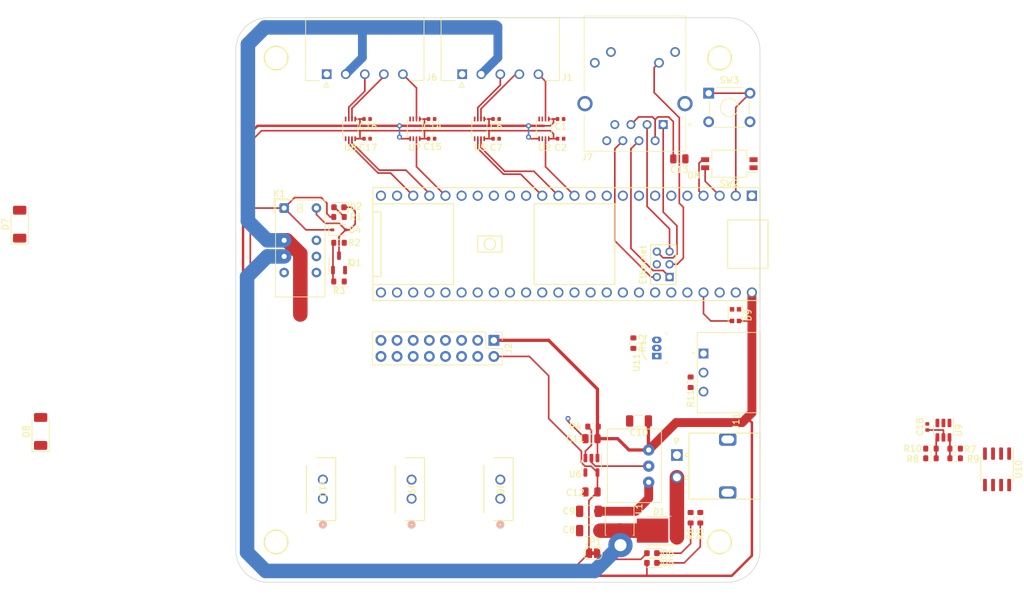
<source format=kicad_pcb>
(kicad_pcb (version 20221018) (generator pcbnew)
  (layers (0 "F.Cu" signal) (31 "B.Cu" signal) (34 "B.Paste" user) (35 "F.Paste" user) (36 "B.SilkS" user "B.Silkscreen") (37 "F.SilkS" user "F.Silkscreen") (38 "B.Mask" user) (39 "F.Mask" user) (44 "Edge.Cuts" user))
  (net 0 "")
  (net 1 "+12V")
  (net 2 "GND")
  (net 3 "+5V")
  (net 4 "+3.3V")
  (net 5 "Net-(D2-K)")
  (net 6 "Net-(D2-A)")
  (net 7 "Net-(D5-K)")
  (net 8 "STATUS_PIXEL")
  (net 9 "+12V_ISO")
  (net 14 "Net-(Q1-B)")
  (net 15 "TOUCH_RESET")
  (net 16 "BUTTON")
  (net 17 "FAN_PWR_0")
  (net 18 "FAN_PWR_1")
  (net 19 "FAN_CTRL_1")
  (net 20 "FAN_CTRL_0")
  (net 21 "SER_0")
  (net 22 "CLK_0")
  (net 23 "SER_1")
  (net 24 "CLK_1")
  (net 25 "TEMP_SENS_1")
  (net 26 "TEMP_SENS_0")
  (net 27 "DIP_1")
  (net 28 "DIP_0")
  (net 29 "Net-(R8-Pad2)")
  (net 30 "CLK_2_OUT")
  (net 31 "LD_2_OUT")
  (net 32 "SER_2_OUT")
  (net 33 "CLK_3_OUT")
  (net 34 "LD_3_OUT")
  (net 35 "SER_3_OUT")
  (net 36 "CLK_OUT_0")
  (net 37 "LD_OUT_0")
  (net 38 "SER_IN_0")
  (net 39 "CLK_OUT_1")
  (net 40 "LD_OUT_1")
  (net 41 "SER_IN_1")
  (net 42 "LD_0")
  (net 43 "LD_1")
  (net 44 "Net-(U4-IN)")
  (net 45 "Net-(C13-Pad2)")
  (net 46 "Net-(J3-Pin_2)")
  (net 47 "Net-(D6-K)")
  (net 48 "Net-(D6-A)")
  (net 55 "Net-(U3-LED)")
  (net 57 "Net-(U3-R-)")
  (net 58 "Net-(U3-R+)")
  (net 59 "Net-(U3-T-)")
  (net 60 "Net-(U3-T+)")
  (net 61 "Net-(U6-EN)")
  (net 62 "Net-(U9-1Y)")
  (net 63 "Net-(R7-Pad2)")
  (net 64 "Net-(U9-2Y)")
  (footprint "Resistor_SMD:R_0603_1608Metric" (layer "F.Cu") (at 92.454 92.3345 180)
    (fp_text reference "R3")
    (fp_text value "10k")
  )
  (footprint "Resistor_SMD:R_0603_1608Metric" (layer "F.Cu") (at 147.828 108.204 90)
    (fp_text reference "R11")
    (fp_text value "4.7k")
  )
  (footprint "MeowWolf_Hardware:STAND-OFF" (layer "F.Cu") (at 152.4 57.15)
    (fp_text reference "H3" hide)
    (fp_text value "STAND-OFF" hide)
  )
  (footprint "0_microcontroller:Teensy41_ethernet_only" (layer "F.Cu") (at 129.54 87.0834 180)
    (fp_text reference "U3" hide)
    (fp_text value "Teensy4.1" hide)
  )
  (footprint "Resistor_SMD:R_0603_1608Metric" (layer "F.Cu") (at 92.454 86.2385 180)
    (fp_text reference "R2")
    (fp_text value "1k")
  )
  (footprint "Capacitor_SMD:C_0402_1005Metric" (layer "F.Cu") (at 117.193 69.85 180)
    (fp_text reference "C7")
    (fp_text value "0.1uF")
  )
  (footprint "Diode_SMD:D_SOD-128" (layer "F.Cu") (at 42.164 83.312 90)
    (fp_text reference "D7")
    (fp_text value "PMEG10030")
  )
  (footprint "Package_SO:SOIC-8_3.9x4.9mm_P1.27mm" (layer "F.Cu") (at 196.088 121.92 -90)
    (fp_text reference "U10")
    (fp_text value "AO4882")
  )
  (footprint "MeowWolf_Devices:DC-DC_CONVERTER_R-78E5" (layer "F.Cu") (at 141.224 121.412 90)
    (fp_text reference "U4" hide)
    (fp_text value "R-78E5.0-1.0" hide)
  )
  (footprint "Jumper:SolderJumper-2_P1.3mm_Bridged_RoundedPad1.0x1.5mm" (layer "F.Cu") (at 132.461 135.128)
    (fp_text reference "JP1")
    (fp_text value "SolderJumper_2_Bridged")
  )
  (footprint "Package_SO:VSSOP-8_2.4x2.1mm_P0.5mm" (layer "F.Cu") (at 124.726 68.3 -90)
    (fp_text reference "U2")
    (fp_text value "SN74LVC2T45")
  )
  (footprint "Resistor_SMD:R_0603_1608Metric" (layer "F.Cu") (at 138.811 102.045 -90)
    (fp_text reference "R12")
    (fp_text value "4.7k")
  )
  (footprint "Resistor_SMD:R_0603_1608Metric" (layer "F.Cu") (at 149.352 129.54 90)
    (fp_text reference "R5")
    (fp_text value "1k")
  )
  (footprint "Capacitor_SMD:C_0402_1005Metric" (layer "F.Cu") (at 117.193 66.7512 180)
    (fp_text reference "C6")
    (fp_text value "0.1uF")
  )
  (footprint "Relay_THT:Relay_DPDT_Kemet_EC2" (layer "F.Cu") (at 83.818 80.772)
    (fp_text reference "K1")
    (fp_text value "Relay_DPDT")
  )
  (footprint "0_connector:MOLEX_MICROFIT-VERT-2POS_436500215" (layer "F.Cu") (at 103.6016 125.039999 -90)
    (fp_text reference "J9")
    (fp_text value "Molex Micro-Fit 2pos")
  )
  (footprint "Capacitor_SMD:C_0805_2012Metric" (layer "F.Cu") (at 132.207 117.094 180)
    (fp_text reference "C11")
    (fp_text value "10uF")
  )
  (footprint "Resistor_SMD:R_0603_1608Metric" (layer "F.Cu") (at 92.454 82.1745)
    (fp_text reference "R1")
    (fp_text value "1k")
  )
  (footprint "Resistor_SMD:R_0603_1608Metric" (layer "F.Cu") (at 185.677 120.181 180)
    (fp_text reference "R8")
    (fp_text value "100R")
  )
  (footprint "Capacitor_SMD:C_0805_2012Metric" (layer "F.Cu") (at 132.207 125.476 180)
    (fp_text reference "C12")
    (fp_text value "10uF")
  )
  (footprint "Resistor_SMD:R_0603_1608Metric" (layer "F.Cu") (at 147.828 129.54 90)
    (fp_text reference "R6")
    (fp_text value "1k")
  )
  (footprint "Capacitor_SMD:C_1206_3216Metric" (layer "F.Cu") (at 131.826 131.572 180)
    (fp_text reference "C8")
    (fp_text value "10uF")
  )
  (footprint "LED_SMD:LED_WS2812B-2020_PLCC4_2.0x2.0mm" (layer "F.Cu") (at 154.898 97.637 -90)
    (fp_text reference "D9")
    (fp_text value "WS2812B")
  )
  (footprint "Package_SO:VSSOP-8_2.4x2.1mm_P0.5mm" (layer "F.Cu") (at 114.566 68.3 -90)
    (fp_text reference "U5")
    (fp_text value "SN74LVC2T45DCUR")
  )
  (footprint "MeowWolf_Hardware:STAND-OFF" (layer "F.Cu") (at 82.55 133.35)
    (fp_text reference "H2" hide)
    (fp_text value "STAND-OFF" hide)
  )
  (footprint "0_connector:MOLEX_MICROFIT-VERT-2POS_436500215" (layer "F.Cu") (at 89.6316 125.039999 -90)
    (fp_text reference "J10")
    (fp_text value "Molex Micro-Fit 2pos")
  )
  (footprint "LED_SMD:LED_0603_1608Metric" (layer "F.Cu") (at 92.454 80.6505 180)
    (fp_text reference "D2")
    (fp_text value "RED LED")
  )
  (footprint "Resistor_SMD:R_0603_1608Metric" (layer "F.Cu") (at 189.487 120.181)
    (fp_text reference "R7")
    (fp_text value "100R")
  )
  (footprint "Package_TO_SOT_SMD:SOT-23-6" (layer "F.Cu") (at 187.643 115.7535 -90)
    (fp_text reference "U9")
    (fp_text value "SN74LVC2G17")
  )
  (footprint "Diode_SMD:D_SOD-323" (layer "F.Cu") (at 92.454 84.2065)
    (fp_text reference "D4")
    (fp_text value "1N4148")
  )
  (footprint "Package_SO:VSSOP-8_2.4x2.1mm_P0.5mm" (layer "F.Cu") (at 104.406 68.3 -90)
    (fp_text reference "U7")
    (fp_text value "SN74LVC2T45DCUR")
  )
  (footprint "0_connector:WIZnet_J1B1211CCD_RJ45" (layer "F.Cu") (at 139.066 61.177 180)
    (fp_text reference "J7")
    (fp_text value "WIZnet_J1B1211CCD_RJ45")
  )
  (footprint "Package_TO_SOT_SMD:Nexperia_CFP15_SOT-1289" (layer "F.Cu") (at 142.856 131.572)
    (fp_text reference "D1")
    (fp_text value "PMEG045V100EPD")
  )
  (footprint "Capacitor_SMD:C_0402_1005Metric" (layer "F.Cu") (at 107.033 69.85 180)
    (fp_text reference "C15")
    (fp_text value "0.1uF")
  )
  (footprint "Inductor_SMD:L_Changjiang_FNR4030S" (layer "F.Cu") (at 136.652 130.048 90)
    (fp_text reference "L1")
    (fp_text value "12uH")
  )
  (footprint "Diode_SMD:D_SOD-128" (layer "F.Cu") (at 45.466 115.951 90)
    (fp_text reference "D8")
    (fp_text value "PMEG10030")
  )
  (footprint "Resistor_SMD:R_0603_1608Metric" (layer "F.Cu") (at 185.677 118.657)
    (fp_text reference "R10")
    (fp_text value "10k")
  )
  (footprint "Capacitor_SMD:C_0402_1005Metric" (layer "F.Cu") (at 107.033 66.7512 180)
    (fp_text reference "C14")
    (fp_text value "0.1uF")
  )
  (footprint "Capacitor_SMD:C_0402_1005Metric" (layer "F.Cu") (at 96.873 66.7512 180)
    (fp_text reference "C16")
    (fp_text value "0.1uF")
  )
  (footprint "0_connector:MOLEX_ULTRAFIT-RA-2POS_1723104102" (layer "F.Cu") (at 141.020903 121.203 -90)
    (fp_text reference "J3" hide)
    (fp_text value "Molex Ultra-Fit")
  )
  (footprint "Capacitor_SMD:C_0805_2012Metric" (layer "F.Cu") (at 146.05 73.025 180)
    (fp_text reference "C13")
    (fp_text value "0.1uF")
  )
  (footprint "Capacitor_SMD:C_1206_3216Metric" (layer "F.Cu") (at 131.826 128.524 180)
    (fp_text reference "C9")
    (fp_text value "10uF")
  )
  (footprint "LED_SMD:LED_0603_1608Metric" (layer "F.Cu") (at 141.732 135.128 180)
    (fp_text reference "D6")
    (fp_text value "RED LED")
  )
  (footprint "Connector_PinHeader_2.54mm:PinHeader_2x08_P2.54mm_Vertical" (layer "F.Cu") (at 116.84 101.6 -90)
    (fp_text reference "J2")
    (fp_text value "Conn_02x08_Odd_Even")
  )
  (footprint "Capacitor_SMD:C_0402_1005Metric" (layer "F.Cu") (at 127.353 69.85 180)
    (fp_text reference "C2")
    (fp_text value "0.1uF")
  )
  (footprint "Capacitor_SMD:C_0402_1005Metric" (layer "F.Cu") (at 127.353 66.7512 180)
    (fp_text reference "C1")
    (fp_text value "0.1uF")
  )
  (footprint "LED_SMD:LED_0603_1608Metric" (layer "F.Cu") (at 141.732 136.652 180)
    (fp_text reference "D5")
    (fp_text value "GREEN LED")
  )
  (footprint "Package_SO:VSSOP-8_2.4x2.1mm_P0.5mm" (layer "F.Cu") (at 94.246 68.3 -90)
    (fp_text reference "U8")
    (fp_text value "SN74LVC2T45DCUR")
  )
  (footprint "Button_Switch_SMD:SW_DIP_SPSTx02_Slide_KingTek_DSHP02TS_W7.62mm_P1.27mm" (layer "F.Cu") (at 153.924 73.787 180)
    (fp_text reference "SW2")
    (fp_text value "SW_DIP_x02")
  )
  (footprint "MeowWolf_Hardware:STAND-OFF" (layer "F.Cu") (at 152.4 133.35)
    (fp_text reference "H4" hide)
    (fp_text value "STAND-OFF" hide)
  )
  (footprint "0_connector:MOLEX_MICROFIT-RA-3POS_436500300" (layer "F.Cu") (at 149.86 106.68 90)
    (fp_text reference "J11")
    (fp_text value "Molex Micro-Fit 3pos")
  )
  (footprint "Package_TO_SOT_SMD:SOT-23-3" (layer "F.Cu") (at 92.454 89.408 90)
    (fp_text reference "Q1")
    (fp_text value "MBT2222")
  )
  (footprint "0_connector:MOLEX_MICROFIT-RA-5POS_436500500" (layer "F.Cu") (at 90.52 59.692 180)
    (fp_text reference "J6")
    (fp_text value "Molex Micro-Fit 5pos")
  )
  (footprint "digikey-footprints:TO-92-3" (layer "F.Cu") (at 142.494 104.077 90)
    (fp_text reference "U11")
    (fp_text value "DS18B20_")
  )
  (footprint "0_connector:MOLEX_MICROFIT-RA-5POS_436500500" (layer "F.Cu") (at 111.856 59.692 180)
    (fp_text reference "J1")
    (fp_text value "Molex Micro-Fit 5pos")
  )
  (footprint "MeowWolf_Hardware:STAND-OFF" (layer "F.Cu") (at 82.55 57.15)
    (fp_text reference "H1" hide)
    (fp_text value "STAND-OFF" hide)
  )
  (footprint "Resistor_SMD:R_0603_1608Metric" (layer "F.Cu") (at 189.487 118.657 180)
    (fp_text reference "R9")
    (fp_text value "10k")
  )
  (footprint "Package_TO_SOT_SMD:SOT-23-5" (layer "F.Cu") (at 132.207 121.2795 -90)
    (fp_text reference "U6")
    (fp_text value "RT9080-3.3")
  )
  (footprint "Capacitor_SMD:C_0402_1005Metric" (layer "F.Cu") (at 96.873 69.85 180)
    (fp_text reference "C17")
    (fp_text value "0.1uF")
  )
  (footprint "Capacitor_SMD:C_0402_1005Metric" (layer "F.Cu") (at 185.103 115.2455 90)
    (fp_text reference "C18")
    (fp_text value "0.1uF")
  )
  (footprint "Button_Switch_THT:SW_TH_Tactile_Omron_B3F-10xx" (layer "F.Cu") (at 150.674 62.683)
    (fp_text reference "SW3")
    (fp_text value "SW_MEC_5G")
  )
  (footprint "0_connector:MOLEX_MICROFIT-VERT-2POS_436500215" (layer "F.Cu") (at 117.5716 125.039999 -90)
    (fp_text reference "J8")
    (fp_text value "Molex Micro-Fit 2pos")
  )
  (footprint "Resistor_SMD:R_0603_1608Metric" (layer "F.Cu") (at 132.461 115.189)
    (fp_text reference "R4")
    (fp_text value "10k")
  )
  (footprint "Capacitor_SMD:C_1206_3216Metric" (layer "F.Cu") (at 139.7 114.3 180)
    (fp_text reference "C10")
    (fp_text value "10uF")
  )
  (gr_arc (start 158.75 134.62) (mid 157.262102 138.212102) (end 153.67 139.7) (stroke (width 0.1)) (layer "Edge.Cuts"))
  (gr_line (start 81.28 50.8) (end 153.67 50.8) (stroke (width 0.1)) (layer "Edge.Cuts"))
  (gr_arc (start 81.28 139.7) (mid 77.687898 138.212102) (end 76.2 134.62) (stroke (width 0.1)) (layer "Edge.Cuts"))
  (gr_line (start 81.28 139.7) (end 153.67 139.7) (stroke (width 0.1)) (layer "Edge.Cuts"))
  (gr_line (start 76.2 134.62) (end 76.2 55.88) (stroke (width 0.1)) (layer "Edge.Cuts"))
  (gr_line (start 158.75 134.62) (end 158.75 55.88) (stroke (width 0.1)) (layer "Edge.Cuts"))
  (gr_arc (start 76.2 55.88) (mid 77.687898 52.287898) (end 81.28 50.8) (stroke (width 0.1)) (layer "Edge.Cuts"))
  (gr_arc (start 153.67 50.8) (mid 157.262102 52.287898) (end 158.75 55.88) (stroke (width 0.1)) (layer "Edge.Cuts"))
  (gr_text "ON" (at 147.193 76.2) (layer "F.SilkS") (effects (font (size 1 1)) (justify left bottom)))
  (segment (start 136.652 133.731) (end 136.779 133.858) (width 2.286) (layer "F.Cu") (net 1))
  (segment (start 133.6058 131.572) (end 141.836 131.572) (width 2.286) (layer "F.Cu") (net 1))
  (segment (start 136.652 131.548) (end 136.652 133.731) (width 2.286) (layer "F.Cu") (net 1))
  (via (at 136.779 133.858) (size 3.81) (drill 1.905) (layers "F.Cu" "B.Cu") (net 1))
  (segment (start 81.153 88.392) (end 83.818 88.392) (width 2.286) (layer "B.Cu") (net 1))
  (segment (start 136.779 133.858) (end 132.715 137.922) (width 2.286) (layer "B.Cu") (net 1))
  (segment (start 77.978 91.567) (end 81.153 88.392) (width 2.286) (layer "B.Cu") (net 1))
  (segment (start 80.899 137.922) (end 77.978 135.001) (width 2.286) (layer "B.Cu") (net 1))
  (segment (start 77.978 135.001) (end 77.978 91.567) (width 2.286) (layer "B.Cu") (net 1))
  (segment (start 132.715 137.922) (end 80.899 137.922) (width 2.286) (layer "B.Cu") (net 1))
  (segment (start 132.814501 121.412) (end 141.224 121.412) (width 0.254) (layer "F.Cu") (net 2))
  (segment (start 131.257 117.094) (end 128.524 114.361) (width 0.254) (layer "F.Cu") (net 2))
  (segment (start 132.207 120.804499) (end 132.814501 121.412) (width 0.254) (layer "F.Cu") (net 2))
  (segment (start 128.524 114.361) (end 128.524 113.919) (width 0.254) (layer "F.Cu") (net 2))
  (segment (start 132.207 120.142) (end 132.207 120.804499) (width 0.254) (layer "F.Cu") (net 2))
  (via (at 128.524 113.919) (size 0.8) (drill 0.4) (layers "F.Cu" "B.Cu") (net 2))
  (segment (start 138.1252 118.872) (end 136.3472 117.094) (width 0.508) (layer "F.Cu") (net 3))
  (segment (start 105.156 67.818) (end 105.918 67.818) (width 0.381) (layer "F.Cu") (net 3))
  (segment (start 140.9445 138.5825) (end 140.843 138.684) (width 0.254) (layer "F.Cu") (net 3))
  (segment (start 96.393 66.7512) (end 95.758 66.7512) (width 0.254) (layer "F.Cu") (net 3))
  (segment (start 77.343 70.104) (end 79.629 67.818) (width 0.381) (layer "F.Cu") (net 3))
  (segment (start 140.843 138.684) (end 81.407 138.684) (width 0.381) (layer "F.Cu") (net 3))
  (segment (start 105.918 66.7512) (end 105.918 67.818) (width 0.254) (layer "F.Cu") (net 3))
  (segment (start 102.235 69.85) (end 101.981 69.596) (width 0.254) (layer "F.Cu") (net 3))
  (segment (start 133.157 117.094) (end 133.157 109.281) (width 0.508) (layer "F.Cu") (net 3))
  (segment (start 157.48 113.0185) (end 157.48 98.552) (width 1.397) (layer "F.Cu") (net 3))
  (segment (start 157.48 114.5655) (end 157.48 135.509) (width 0.381) (layer "F.Cu") (net 3))
  (segment (start 136.3472 117.094) (end 133.157 117.094) (width 0.508) (layer "F.Cu") (net 3))
  (segment (start 186.868736 115.7255) (end 187.582 115.7255) (width 0.254) (layer "F.Cu") (net 3))
  (segment (start 95.758 67.818) (end 101.981 67.818) (width 0.381) (layer "F.Cu") (net 3))
  (segment (start 115.3172 66.7512) (end 115.316 66.75) (width 0.254) (layer "F.Cu") (net 3))
  (segment (start 133.157 109.281) (end 125.476 101.6) (width 0.508) (layer "F.Cu") (net 3))
  (segment (start 141.175 114.3) (end 141.175 118.823) (width 0.508) (layer "F.Cu") (net 3))
  (segment (start 125.73 67.818) (end 124.714 67.818) (width 0.254) (layer "F.Cu") (net 3))
  (segment (start 105.918 67.818) (end 116.078 67.818) (width 0.381) (layer "F.Cu") (net 3))
  (segment (start 141.175 118.823) (end 141.224 118.872) (width 0.508) (layer "F.Cu") (net 3))
  (segment (start 186.868736 115.7255) (end 185.103 115.7255) (width 0.254) (layer "F.Cu") (net 3))
  (segment (start 187.643 116.891) (end 187.643 115.7865) (width 0.254) (layer "F.Cu") (net 3))
  (segment (start 101.981 67.818) (end 103.632 67.818) (width 0.381) (layer "F.Cu") (net 3))
  (segment (start 156.7065 113.792) (end 157.48 114.5655) (width 0.381) (layer "F.Cu") (net 3))
  (segment (start 156.7065 113.792) (end 157.48 113.0185) (width 1.397) (layer "F.Cu") (net 3))
  (segment (start 156.7065 113.792) (end 155.9445 114.554) (width 1.397) (layer "F.Cu") (net 3))
  (segment (start 122.555 69.85) (end 122.301 69.596) (width 0.254) (layer "F.Cu") (net 3))
  (segment (start 116.713 66.7512) (end 116.078 66.7512) (width 0.254) (layer "F.Cu") (net 3))
  (segment (start 125.476 101.6) (end 116.84 101.6) (width 0.508) (layer "F.Cu") (net 3))
  (segment (start 105.918 66.7512) (end 105.1572 66.7512) (width 0.254) (layer "F.Cu") (net 3))
  (segment (start 94.9972 66.7512) (end 94.996 66.75) (width 0.254) (layer "F.Cu") (net 3))
  (segment (start 154.305 138.684) (end 140.843 138.684) (width 0.381) (layer "F.Cu") (net 3))
  (segment (start 126.8718 66.75) (end 126.873 66.7512) (width 0.254) (layer "F.Cu") (net 3))
  (segment (start 187.643 115.7865) (end 187.582 115.7255) (width 0.254) (layer "F.Cu") (net 3))
  (segment (start 81.407 138.684) (end 77.343 134.62) (width 0.381) (layer "F.Cu") (net 3))
  (segment (start 95.758 66.7512) (end 95.758 67.818) (width 0.254) (layer "F.Cu") (net 3))
  (segment (start 155.9445 114.554) (end 145.542 114.554) (width 1.397) (layer "F.Cu") (net 3))
  (segment (start 157.48 98.552) (end 157.48 94.0684) (width 1.397) (layer "F.Cu") (net 3))
  (segment (start 141.224 118.872) (end 138.1252 118.872) (width 0.508) (layer "F.Cu") (net 3))
  (segment (start 123.976 69.85) (end 122.555 69.85) (width 0.254) (layer "F.Cu") (net 3))
  (segment (start 79.629 67.818) (end 95.758 67.818) (width 0.381) (layer "F.Cu") (net 3))
  (segment (start 103.656 69.85) (end 102.235 69.85) (width 0.254) (layer "F.Cu") (net 3))
  (segment (start 157.48 135.509) (end 154.305 138.684) (width 0.381) (layer "F.Cu") (net 3))
  (segment (start 133.157 120.142) (end 133.157 117.094) (width 0.254) (layer "F.Cu") (net 3))
  (segment (start 77.343 134.62) (end 77.343 70.104) (width 0.381) (layer "F.Cu") (net 3))
  (segment (start 116.078 66.7512) (end 115.3172 66.7512) (width 0.254) (layer "F.Cu") (net 3))
  (segment (start 155.448 98.552) (end 157.48 98.552) (width 0.254) (layer "F.Cu") (net 3))
  (segment (start 106.553 66.7512) (end 105.918 66.7512) (width 0.254) (layer "F.Cu") (net 3))
  (segment (start 133.286 116.965) (end 133.157 117.094) (width 0.254) (layer "F.Cu") (net 3))
  (segment (start 105.1572 66.7512) (end 105.156 66.75) (width 0.254) (layer "F.Cu") (net 3))
  (segment (start 116.078 66.7512) (end 116.078 67.818) (width 0.254) (layer "F.Cu") (net 3))
  (segment (start 145.542 114.554) (end 141.224 118.872) (width 1.397) (layer "F.Cu") (net 3))
  (segment (start 140.9445 136.652) (end 140.9445 138.5825) (width 0.254) (layer "F.Cu") (net 3))
  (segment (start 103.632 67.818) (end 105.156 67.818) (width 0.381) (layer "F.Cu") (net 3))
  (segment (start 95.758 66.7512) (end 94.9972 66.7512) (width 0.254) (layer "F.Cu") (net 3))
  (segment (start 125.476 66.75) (end 126.8718 66.75) (width 0.254) (layer "F.Cu") (net 3))
  (segment (start 126.238 66.7512) (end 126.238 67.31) (width 0.254) (layer "F.Cu") (net 3))
  (segment (start 116.078 67.818) (end 122.301 67.818) (width 0.381) (layer "F.Cu") (net 3))
  (segment (start 126.238 67.31) (end 125.73 67.818) (width 0.254) (layer "F.Cu") (net 3))
  (segment (start 122.301 67.818) (end 124.714 67.818) (width 0.381) (layer "F.Cu") (net 3))
  (segment (start 125.4772 66.7512) (end 125.476 66.75) (width 0.254) (layer "F.Cu") (net 3))
  (via (at 122.301 67.818) (size 0.8) (drill 0.4) (layers "F.Cu" "B.Cu") (net 3))
  (via (at 122.301 69.596) (size 0.8) (drill 0.4) (layers "F.Cu" "B.Cu") (net 3))
  (via (at 101.981 67.818) (size 0.8) (drill 0.4) (layers "F.Cu" "B.Cu") (net 3))
  (via (at 101.981 69.596) (size 0.8) (drill 0.4) (layers "F.Cu" "B.Cu") (net 3))
  (segment (start 122.301 69.596) (end 122.301 67.818) (width 0.254) (layer "B.Cu") (net 3))
  (segment (start 101.981 69.596) (end 101.981 67.818) (width 0.254) (layer "B.Cu") (net 3))
  (segment (start 95.758 68.5895) (end 95.758 69.85) (width 0.254) (layer "F.Cu") (net 4))
  (segment (start 126.238 69.85) (end 125.476 69.85) (width 0.254) (layer "F.Cu") (net 4))
  (segment (start 105.918 69.85) (end 105.156 69.85) (width 0.254) (layer "F.Cu") (net 4))
  (segment (start 95.758 68.5895) (end 105.918 68.5895) (width 0.254) (layer "F.Cu") (net 4))
  (segment (start 78.486 134.493) (end 78.486 80.899) (width 0.254) (layer "F.Cu") (net 4))
  (segment (start 91.629 82.1745) (end 91.0645 82.1745) (width 0.254) (layer "F.Cu") (net 4))
  (segment (start 106.553 69.85) (end 105.918 69.85) (width 0.254) (layer "F.Cu") (net 4))
  (segment (start 78.486 80.899) (end 78.486 70.358) (width 0.254) (layer "F.Cu") (net 4))
  (segment (start 87.2525 84.2065) (end 83.818 80.772) (width 0.254) (layer "F.Cu") (net 4))
  (segment (start 116.078 69.85) (end 115.316 69.85) (width 0.254) (layer "F.Cu") (net 4))
  (segment (start 122.428 104.14) (end 125.476 107.188) (width 0.254) (layer "F.Cu") (net 4))
  (segment (start 131.201264 121.4275) (end 130.63 120.856236) (width 0.254) (layer "F.Cu") (net 4))
  (segment (start 105.918 68.5895) (end 116.078 68.5895) (width 0.254) (layer "F.Cu") (net 4))
  (segment (start 91.404 84.2065) (end 87.2525 84.2065) (width 0.254) (layer "F.Cu") (net 4))
  (segment (start 125.476 113.919) (end 125.6665 114.1095) (width 0.254) (layer "F.Cu") (net 4))
  (segment (start 81.661 137.668) (end 80.772 136.779) (width 0.254) (layer "F.Cu") (net 4))
  (segment (start 116.713 69.85) (end 116.078 69.85) (width 0.254) (layer "F.Cu") (net 4))
  (segment (start 83.818 80.772) (end 78.613 80.772) (width 0.254) (layer "F.Cu") (net 4))
  (segment (start 80.2545 68.5895) (end 95.758 68.5895) (width 0.254) (layer "F.Cu") (net 4))
  (segment (start 85.469 79.121) (end 83.818 80.772) (width 0.254) (layer "F.Cu") (net 4))
  (segment (start 132.1675 121.4275) (end 131.201264 121.4275) (width 0.254) (layer "F.Cu") (net 4))
  (segment (start 83.693 137.668) (end 81.661 137.668) (width 0.254) (layer "F.Cu") (net 4))
  (segment (start 133.157 125.476) (end 131.811 126.822) (width 0.254) (layer "F.Cu") (net 4))
  (segment (start 89.662 79.121) (end 85.469 79.121) (width 0.254) (layer "F.Cu") (net 4))
  (segment (start 116.078 68.5895) (end 125.7395 68.5895) (width 0.254) (layer "F.Cu") (net 4))
  (segment (start 131.811 126.822) (end 131.811 135.128) (width 0.254) (layer "F.Cu") (net 4))
  (segment (start 105.918 68.5895) (end 105.918 69.85) (width 0.254) (layer "F.Cu") (net 4))
  (segment (start 116.84 104.14) (end 122.428 104.14) (width 0.254) (layer "F.Cu") (net 4))
  (segment (start 133.157 122.417) (end 132.1675 121.4275) (width 0.254) (layer "F.Cu") (net 4))
  (segment (start 90.551 80.01) (end 89.662 79.121) (width 0.254) (layer "F.Cu") (net 4))
  (segment (start 131.811 135.128) (end 129.271 137.668) (width 0.254) (layer "F.Cu") (net 4))
  (segment (start 91.0645 82.1745) (end 90.551 81.661) (width 0.254) (layer "F.Cu") (net 4))
  (segment (start 130.63 119.073) (end 125.6665 114.1095) (width 0.254) (layer "F.Cu") (net 4))
  (segment (start 95.758 69.85) (end 94.996 69.85) (width 0.254) (layer "F.Cu") (net 4))
  (segment (start 96.393 69.85) (end 95.758 69.85) (width 0.254) (layer "F.Cu") (net 4))
  (segment (start 78.486 70.358) (end 80.2545 68.5895) (width 0.254) (layer "F.Cu") (net 4))
  (segment (start 125.7395 68.5895) (end 126.238 69.088) (width 0.254) (layer "F.Cu") (net 4))
  (segment (start 126.873 69.85) (end 126.238 69.85) (width 0.254) (layer "F.Cu") (net 4))
  (segment (start 133.157 125.476) (end 133.157 122.417) (width 0.254) (layer "F.Cu") (net 4))
  (segment (start 126.238 69.088) (end 126.238 69.85) (width 0.254) (layer "F.Cu") (net 4))
  (segment (start 125.476 107.188) (end 125.476 113.919) (width 0.254) (layer "F.Cu") (net 4))
  (segment (start 80.772 136.779) (end 78.486 134.493) (width 0.254) (layer "F.Cu") (net 4))
  (segment (start 130.63 120.856236) (end 130.63 119.073) (width 0.254) (layer "F.Cu") (net 4))
  (segment (start 90.551 81.661) (end 90.551 80.01) (width 0.254) (layer "F.Cu") (net 4))
  (segment (start 129.271 137.668) (end 83.693 137.668) (width 0.254) (layer "F.Cu") (net 4))
  (segment (start 78.613 80.772) (end 78.486 80.899) (width 0.254) (layer "F.Cu") (net 4))
  (segment (start 116.078 68.5895) (end 116.078 69.85) (width 0.254) (layer "F.Cu") (net 4))
  (segment (start 94.1015 84.2065) (end 93.504 84.2065) (width 0.254) (layer "F.Cu") (net 5))
  (segment (start 93.2415 80.6505) (end 94.3665 80.6505) (width 0.254) (layer "F.Cu") (net 5))
  (segment (start 90.295 83.185) (end 88.898 81.788) (width 0.254) (layer "F.Cu") (net 5))
  (segment (start 94.3665 80.6505) (end 94.996 81.28) (width 0.254) (layer "F.Cu") (net 5))
  (segment (start 93.504 84.2065) (end 92.454 85.2565) (width 0.254) (layer "F.Cu") (net 5))
  (segment (start 88.898 81.788) (end 88.898 80.772) (width 0.254) (layer "F.Cu") (net 5))
  (segment (start 94.996 83.312) (end 94.1015 84.2065) (width 0.254) (layer "F.Cu") (net 5))
  (segment (start 93.504 84.2065) (end 92.4825 83.185) (width 0.254) (layer "F.Cu") (net 5))
  (segment (start 94.996 81.28) (end 94.996 83.312) (width 0.254) (layer "F.Cu") (net 5))
  (segment (start 92.4825 83.185) (end 90.295 83.185) (width 0.254) (layer "F.Cu") (net 5))
  (segment (start 92.454 85.2565) (end 92.454 88.2705) (width 0.254) (layer "F.Cu") (net 5))
  (segment (start 91.6665 80.6505) (end 91.755 80.6505) (width 0.254) (layer "F.Cu") (net 6))
  (segment (start 91.755 80.6505) (end 93.279 82.1745) (width 0.254) (layer "F.Cu") (net 6))
  (segment (start 146.812 136.652) (end 149.352 134.112) (width 0.254) (layer "F.Cu") (net 7))
  (segment (start 142.5195 136.652) (end 146.812 136.652) (width 0.254) (layer "F.Cu") (net 7))
  (segment (start 149.352 134.112) (end 149.352 130.365) (width 0.254) (layer "F.Cu") (net 7))
  (segment (start 151.003 98.552) (end 154.348 98.552) (width 0.254) (layer "F.Cu") (net 8))
  (segment (start 149.86 97.409) (end 151.003 98.552) (width 0.254) (layer "F.Cu") (net 8))
  (segment (start 149.86 94.0684) (end 149.86 97.409) (width 0.254) (layer "F.Cu") (net 8))
  (segment (start 86.36 87.974051) (end 86.36 97.536) (width 2.286) (layer "F.Cu") (net 9))
  (segment (start 83.818 85.852) (end 84.237949 85.852) (width 2.286) (layer "F.Cu") (net 9))
  (segment (start 84.237949 85.852) (end 86.36 87.974051) (width 2.286) (layer "F.Cu") (net 9))
  (segment (start 78.105 54.991) (end 78.105 82.804) (width 2.286) (layer "B.Cu") (net 9))
  (segment (start 81.153 85.852) (end 83.818 85.852) (width 2.286) (layer "B.Cu") (net 9))
  (segment (start 117.475 52.143) (end 117.475 57.073) (width 1.397) (layer "B.Cu") (net 9))
  (segment (start 93.52 59.692) (end 96.139 57.073) (width 1.397) (layer "B.Cu") (net 9))
  (segment (start 78.105 82.804) (end 81.153 85.852) (width 2.286) (layer "B.Cu") (net 9))
  (segment (start 80.772 52.324) (end 78.105 54.991) (width 2.286) (layer "B.Cu") (net 9))
  (segment (start 117.475 57.073) (end 114.856 59.692) (width 1.397) (layer "B.Cu") (net 9))
  (segment (start 96.139 57.073) (end 96.139 52.143) (width 1.397) (layer "B.Cu") (net 9))
  (segment (start 117.021 52.324) (end 80.772 52.324) (width 2.286) (layer "B.Cu") (net 9))
  (segment (start 91.504 90.5455) (end 91.504 92.2095) (width 0.254) (layer "F.Cu") (net 14))
  (segment (start 91.504 86.3635) (end 91.629 86.2385) (width 0.254) (layer "F.Cu") (net 14))
  (segment (start 91.504 92.2095) (end 91.629 92.3345) (width 0.254) (layer "F.Cu") (net 14))
  (segment (start 91.504 90.5455) (end 91.504 86.3635) (width 0.254) (layer "F.Cu") (net 14))
  (segment (start 157.174 62.683) (end 154.94 64.917) (width 0.254) (layer "F.Cu") (net 16))
  (segment (start 150.674 62.683) (end 157.174 62.683) (width 0.254) (layer "F.Cu") (net 16))
  (segment (start 154.94 64.917) (end 154.94 78.8284) (width 0.254) (layer "F.Cu") (net 16))
  (segment (start 124.976 74.2644) (end 129.54 78.8284) (width 0.254) (layer "F.Cu") (net 21))
  (segment (start 124.976 69.85) (end 124.976 74.2644) (width 0.254) (layer "F.Cu") (net 21))
  (segment (start 118.364 75.438) (end 121.0696 75.438) (width 0.254) (layer "F.Cu") (net 22))
  (segment (start 114.316 71.39) (end 118.364 75.438) (width 0.254) (layer "F.Cu") (net 22))
  (segment (start 114.316 69.85) (end 114.316 71.39) (width 0.254) (layer "F.Cu") (net 22))
  (segment (start 121.0696 75.438) (end 124.46 78.8284) (width 0.254) (layer "F.Cu") (net 22))
  (segment (start 104.656 69.85) (end 104.656 74.2644) (width 0.254) (layer "F.Cu") (net 23))
  (segment (start 104.656 74.2644) (end 109.22 78.8284) (width 0.254) (layer "F.Cu") (net 23))
  (segment (start 98.606947 75.257) (end 93.996 70.646052) (width 0.254) (layer "F.Cu") (net 24))
  (segment (start 104.14 78.8284) (end 100.5686 75.257) (width 0.254) (layer "F.Cu") (net 24))
  (segment (start 100.5686 75.257) (end 98.606947 75.257) (width 0.254) (layer "F.Cu") (net 24))
  (segment (start 93.996 70.646052) (end 93.996 69.85) (width 0.254) (layer "F.Cu") (net 24))
  (segment (start 149.715 73.152) (end 149.152 73.715) (width 0.254) (layer "F.Cu") (net 27))
  (segment (start 149.152 78.1204) (end 149.86 78.8284) (width 0.254) (layer "F.Cu") (net 27))
  (segment (start 149.152 73.715) (end 149.152 78.1204) (width 0.254) (layer "F.Cu") (net 27))
  (segment (start 150.114 73.152) (end 149.715 73.152) (width 0.254) (layer "F.Cu") (net 27))
  (segment (start 150.114 74.422) (end 150.114 76.5424) (width 0.254) (layer "F.Cu") (net 28))
  (segment (start 150.114 76.5424) (end 152.4 78.8284) (width 0.254) (layer "F.Cu") (net 28))
  (segment (start 114.316 66.75) (end 114.316 64.9445) (width 0.254) (layer "F.Cu") (net 36))
  (segment (start 114.316 64.9445) (end 117.856 61.4045) (width 0.254) (layer "F.Cu") (net 36))
  (segment (start 117.856 61.4045) (end 117.856 59.692) (width 0.254) (layer "F.Cu") (net 36))
  (segment (start 120.267 59.692) (end 120.856 59.692) (width 0.254) (layer "F.Cu") (net 37))
  (segment (start 114.816 66.75) (end 114.816 65.143) (width 0.254) (layer "F.Cu") (net 37))
  (segment (start 114.816 65.143) (end 120.267 59.692) (width 0.254) (layer "F.Cu") (net 37))
  (segment (start 123.856 59.692) (end 124.976 60.812) (width 0.254) (layer "F.Cu") (net 38))
  (segment (start 124.976 60.812) (end 124.976 66.75) (width 0.254) (layer "F.Cu") (net 38))
  (segment (start 93.996 66.75) (end 93.996 64.881) (width 0.254) (layer "F.Cu") (net 39))
  (segment (start 96.52 62.357) (end 96.52 59.692) (width 0.254) (layer "F.Cu") (net 39))
  (segment (start 93.996 64.881) (end 96.52 62.357) (width 0.254) (layer "F.Cu") (net 39))
  (segment (start 99.52 60.0428) (end 99.52 59.692) (width 0.254) (layer "F.Cu") (net 40))
  (segment (start 94.496 66.75) (end 94.496 65.0668) (width 0.254) (layer "F.Cu") (net 40))
  (segment (start 94.496 65.0668) (end 99.52 60.0428) (width 0.254) (layer "F.Cu") (net 40))
  (segment (start 104.656 61.857) (end 104.656 66.75) (width 0.254) (layer "F.Cu") (net 41))
  (segment (start 102.52 59.721) (end 104.656 61.857) (width 0.254) (layer "F.Cu") (net 41))
  (segment (start 102.52 59.692) (end 102.52 59.721) (width 0.254) (layer "F.Cu") (net 41))
  (segment (start 114.816 71.247948) (end 118.552052 74.984) (width 0.254) (layer "F.Cu") (net 42))
  (segment (start 114.816 69.85) (end 114.816 71.247948) (width 0.254) (layer "F.Cu") (net 42))
  (segment (start 118.552052 74.984) (end 123.1556 74.984) (width 0.254) (layer "F.Cu") (net 42))
  (segment (start 123.1556 74.984) (end 127 78.8284) (width 0.254) (layer "F.Cu") (net 42))
  (segment (start 106.68 78.486) (end 102.997 74.803) (width 0.254) (layer "F.Cu") (net 43))
  (segment (start 98.795 74.803) (end 94.496 70.504) (width 0.254) (layer "F.Cu") (net 43))
  (segment (start 102.997 74.803) (end 98.795 74.803) (width 0.254) (layer "F.Cu") (net 43))
  (segment (start 94.496 70.504) (end 94.496 69.85) (width 0.254) (layer "F.Cu") (net 43))
  (segment (start 106.68 78.8284) (end 106.68 78.486) (width 0.254) (layer "F.Cu") (net 43))
  (segment (start 139.192 128.524) (end 141.224 126.492) (width 1.397) (layer "F.Cu") (net 44))
  (segment (start 133.301 128.524) (end 139.192 128.524) (width 1.397) (layer "F.Cu") (net 44))
  (segment (start 141.224 126.492) (end 141.224 123.952) (width 1.397) (layer "F.Cu") (net 44))
  (segment (start 145.1 67.162) (end 144.359 66.421) (width 0.254) (layer "F.Cu") (net 45))
  (segment (start 145.1 73.025) (end 145.1 67.162) (width 0.254) (layer "F.Cu") (net 45))
  (segment (start 139.637 66.421) (end 141.819 66.421) (width 0.254) (layer "F.Cu") (net 45))
  (segment (start 138.431 67.627) (end 139.637 66.421) (width 0.254) (layer "F.Cu") (net 45))
  (segment (start 142.663 66.421) (end 142.241 66.843) (width 0.254) (layer "F.Cu") (net 45))
  (segment (start 142.241 70.167) (end 142.241 66.843) (width 0.254) (layer "F.Cu") (net 45))
  (segment (start 144.359 66.421) (end 142.663 66.421) (width 0.254) (layer "F.Cu") (net 45))
  (segment (start 141.819 66.421) (end 142.241 66.843) (width 0.254) (layer "F.Cu") (net 45))
  (segment (start 145.67 123.164908) (end 145.67 132.626) (width 2.286) (layer "F.Cu") (net 46))
  (segment (start 146.304 135.128) (end 147.828 133.604) (width 0.254) (layer "F.Cu") (net 47))
  (segment (start 147.828 133.604) (end 147.828 130.365) (width 0.254) (layer "F.Cu") (net 47))
  (segment (start 142.5195 135.128) (end 146.304 135.128) (width 0.254) (layer "F.Cu") (net 47))
  (segment (start 139.9825 136.09) (end 140.9445 135.128) (width 0.254) (layer "F.Cu") (net 48))
  (segment (start 134.073 136.09) (end 139.9825 136.09) (width 0.254) (layer "F.Cu") (net 48))
  (segment (start 133.111 135.128) (end 134.073 136.09) (width 0.254) (layer "F.Cu") (net 48))
  (segment (start 142.851 57.897) (end 142.086 58.662) (width 0.254) (layer "F.Cu") (net 55))
  (segment (start 142.086 62.584) (end 146.05 66.548) (width 0.254) (layer "F.Cu") (net 55))
  (segment (start 145.701 89.63) (end 144.51 89.63) (width 0.254) (layer "F.Cu") (net 55))
  (segment (start 142.086 58.662) (end 142.086 62.584) (width 0.254) (layer "F.Cu") (net 55))
  (segment (start 146.05 66.548) (end 146.05 80.01) (width 0.254) (layer "F.Cu") (net 55))
  (segment (start 146.05 80.01) (end 146.685 80.645) (width 0.254) (layer "F.Cu") (net 55))
  (segment (start 146.685 88.646) (end 145.701 89.63) (width 0.254) (layer "F.Cu") (net 55))
  (segment (start 146.685 80.645) (end 146.685 88.646) (width 0.254) (layer "F.Cu") (net 55))
  (segment (start 137.161 70.167) (end 135.89 71.438) (width 0.254) (layer "F.Cu") (net 57))
  (segment (start 135.89 71.438) (end 135.89 85.929238) (width 0.254) (layer "F.Cu") (net 57))
  (segment (start 135.89 85.929238) (end 141.590762 91.63) (width 0.254) (layer "F.Cu") (net 57))
  (segment (start 141.590762 91.63) (end 142.51 91.63) (width 0.254) (layer "F.Cu") (net 57))
  (segment (start 138.43 71.438) (end 138.43 87.122) (width 0.254) (layer "F.Cu") (net 58))
  (segment (start 138.43 87.122) (end 141.915 90.607) (width 0.254) (layer "F.Cu") (net 58))
  (segment (start 143.487 90.607) (end 144.51 91.63) (width 0.254) (layer "F.Cu") (net 58))
  (segment (start 141.915 90.607) (end 143.487 90.607) (width 0.254) (layer "F.Cu") (net 58))
  (segment (start 139.701 70.167) (end 138.43 71.438) (width 0.254) (layer "F.Cu") (net 58))
  (segment (start 140.971 80.519) (end 144.51 84.058) (width 0.254) (layer "F.Cu") (net 59))
  (segment (start 144.51 84.058) (end 144.51 87.63) (width 0.254) (layer "F.Cu") (net 59))
  (segment (start 140.971 67.627) (end 140.971 80.519) (width 0.254) (layer "F.Cu") (net 59))
  (segment (start 145.073 88.607) (end 143.487 88.607) (width 0.254) (layer "F.Cu") (net 60))
  (segment (start 145.669 88.011) (end 145.073 88.607) (width 0.254) (layer "F.Cu") (net 60))
  (segment (start 143.511 67.627) (end 143.511 81.408) (width 0.254) (layer "F.Cu") (net 60))
  (segment (start 143.511 81.408) (end 145.669 83.566) (width 0.254) (layer "F.Cu") (net 60))
  (segment (start 145.669 83.566) (end 145.669 88.011) (width 0.254) (layer "F.Cu") (net 60))
  (segment (start 143.487 88.607) (end 142.51 87.63) (width 0.254) (layer "F.Cu") (net 60))
  (segment (start 131.636 115.189) (end 132.207 115.76) (width 0.254) (layer "F.Cu") (net 61))
  (segment (start 132.207 118.11) (end 131.257 119.06) (width 0.254) (layer "F.Cu") (net 61))
  (segment (start 132.207 115.76) (end 132.207 118.11) (width 0.254) (layer "F.Cu") (net 61))
  (segment (start 131.257 119.06) (end 131.257 120.142) (width 0.254) (layer "F.Cu") (net 61))
  (segment (start 188.662 116.96) (end 188.593 116.891) (width 0.254) (layer "F.Cu") (net 62))
  (segment (start 188.662 120.181) (end 188.662 116.96) (width 0.254) (layer "F.Cu") (net 62))
  (segment (start 186.502 120.181) (end 186.502 117.082) (width 0.254) (layer "F.Cu") (net 64))
  (segment (start 186.502 117.082) (end 186.693 116.891) (width 0.254) (layer "F.Cu") (net 64))
)
</source>
